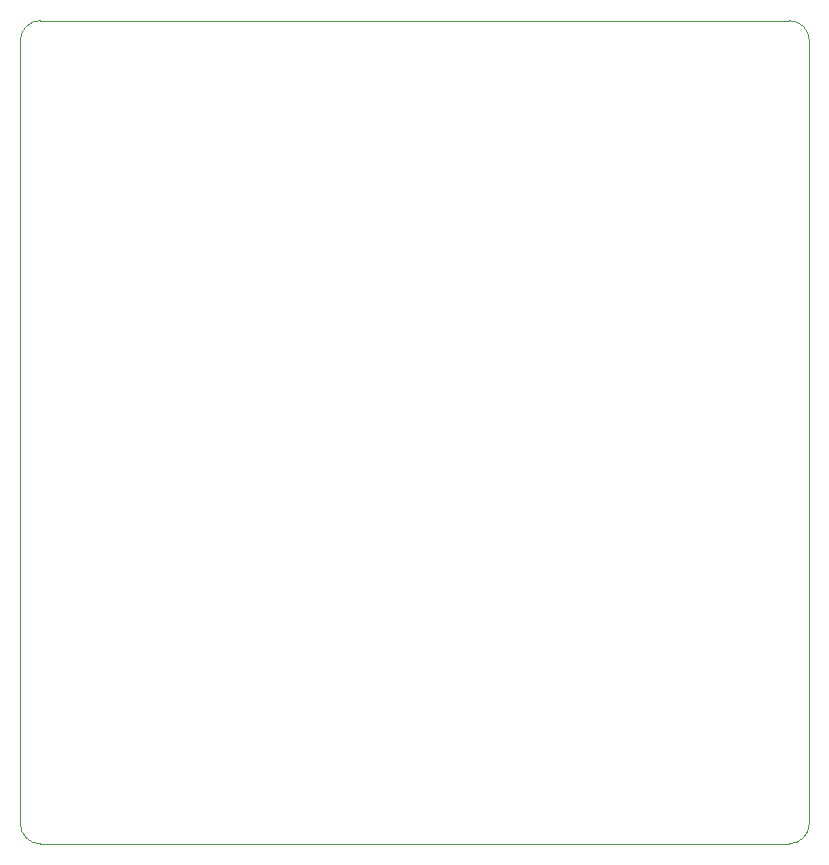
<source format=gbr>
%TF.GenerationSoftware,KiCad,Pcbnew,(6.0.2)*%
%TF.CreationDate,2022-06-02T00:09:37+03:00*%
%TF.ProjectId,BYKR-C2-V00,42594b52-2d43-4322-9d56-30302e6b6963,rev?*%
%TF.SameCoordinates,Original*%
%TF.FileFunction,Profile,NP*%
%FSLAX46Y46*%
G04 Gerber Fmt 4.6, Leading zero omitted, Abs format (unit mm)*
G04 Created by KiCad (PCBNEW (6.0.2)) date 2022-06-02 00:09:37*
%MOMM*%
%LPD*%
G01*
G04 APERTURE LIST*
%TA.AperFunction,Profile*%
%ADD10C,0.100000*%
%TD*%
G04 APERTURE END LIST*
D10*
X181250000Y-126947918D02*
X181250000Y-60650000D01*
X116150000Y-128647918D02*
X179550000Y-128647918D01*
X179550000Y-128647918D02*
G75*
G03*
X181250000Y-126947918I0J1700000D01*
G01*
X114450000Y-60650000D02*
X114450000Y-126947918D01*
X114450000Y-126947918D02*
G75*
G03*
X116150000Y-128647918I1700000J0D01*
G01*
X179550000Y-58950000D02*
X116150000Y-58950000D01*
X181250000Y-60650000D02*
G75*
G03*
X179550000Y-58950000I-1700000J0D01*
G01*
X116150000Y-58950000D02*
G75*
G03*
X114450000Y-60650000I0J-1700000D01*
G01*
M02*

</source>
